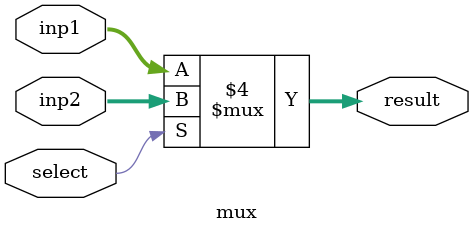
<source format=v>
`timescale 1ns / 1ps

module mux
	 #(
    //parameters
	 parameter NO_of_mux_inputs = 32	//defult 32 bit multiplexer
	 )
	 (
	 //ports declaration 
	 input [NO_of_mux_inputs-1:0] inp1,
	 input [NO_of_mux_inputs-1:0] inp2,
	 input select,
	 output reg[NO_of_mux_inputs-1:0] result
	 );
	 
	 
	
	 always@(inp1,inp2,select) begin
		if(select == 0)
			result = inp1;
		else
			result = inp2;
	 end


endmodule

</source>
